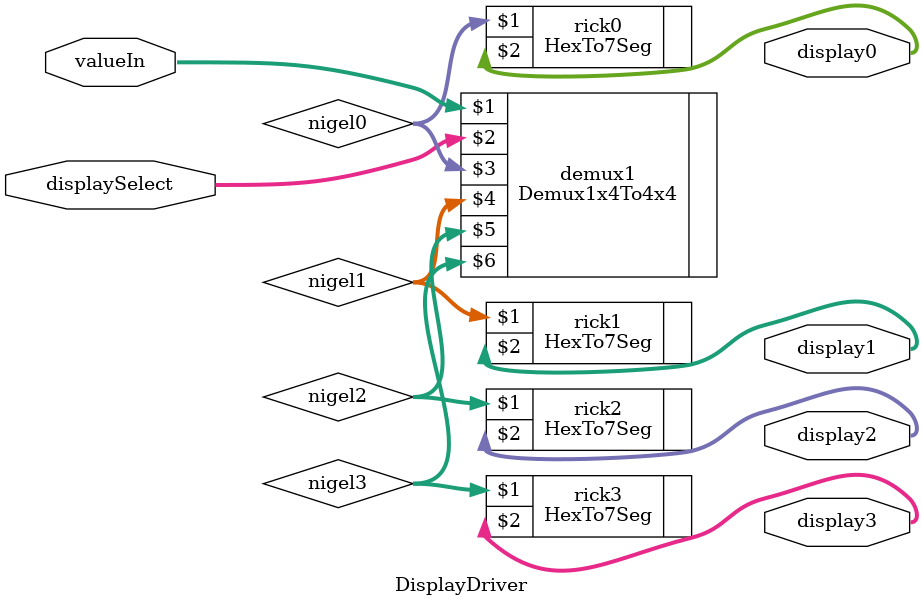
<source format=v>
module DisplayDriver( input [3:0] valueIn,
			input [1:0] displaySelect,
			output [6:0] display0,
			output [6:0] display1,
			output [6:0] display2,
			output [6:0] display3);
			
			wire [3:0] nigel0, nigel1, nigel2, nigel3;
			
			Demux1x4To4x4 demux1 (valueIn, displaySelect, nigel0, nigel1, nigel2, nigel3);
			HexTo7Seg rick0 (nigel0, display0);
			HexTo7Seg rick1 (nigel1, display1);
			HexTo7Seg rick2 (nigel2, display2);
			HexTo7Seg rick3 (nigel3, display3);

endmodule
</source>
